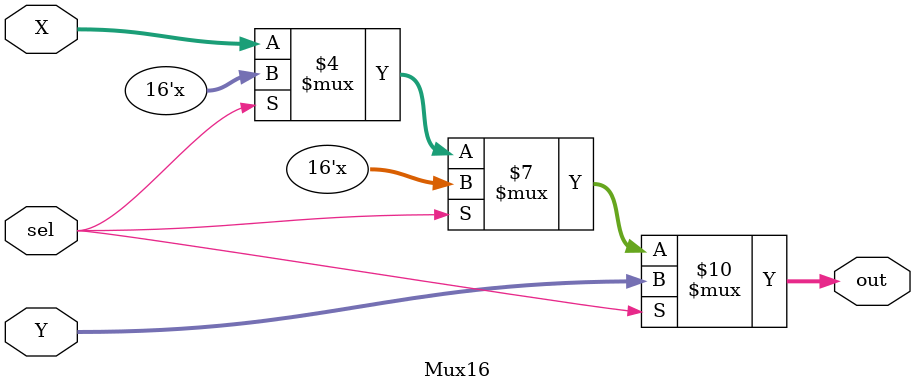
<source format=v>
`timescale 1ns / 1ps


module Mux16(X,Y,sel, out);
input[15:0] X,Y;
input sel;
output reg[15:0] out;
always @(*)
begin
if(sel) out = Y;
else
begin
 if(!sel) out = X;
end
end
endmodule

</source>
